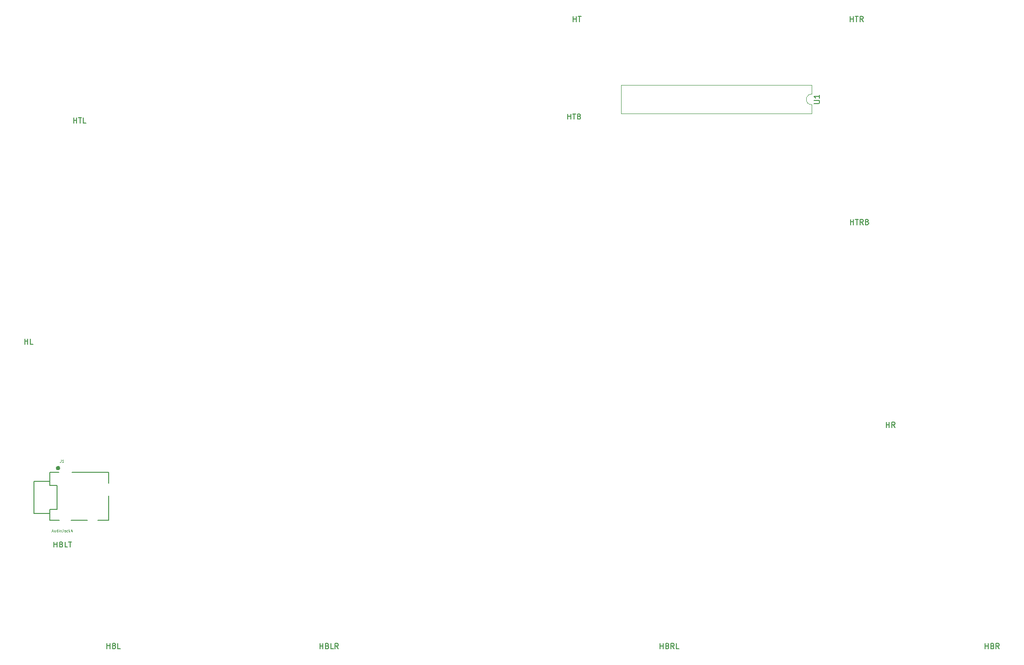
<source format=gbr>
G04 #@! TF.GenerationSoftware,KiCad,Pcbnew,(5.1.4-0-10_14)*
G04 #@! TF.CreationDate,2019-10-23T14:13:54-04:00*
G04 #@! TF.ProjectId,NomadRight,4e6f6d61-6452-4696-9768-742e6b696361,rev?*
G04 #@! TF.SameCoordinates,Original*
G04 #@! TF.FileFunction,Legend,Top*
G04 #@! TF.FilePolarity,Positive*
%FSLAX46Y46*%
G04 Gerber Fmt 4.6, Leading zero omitted, Abs format (unit mm)*
G04 Created by KiCad (PCBNEW (5.1.4-0-10_14)) date 2019-10-23 14:13:54*
%MOMM*%
%LPD*%
G04 APERTURE LIST*
%ADD10C,0.400000*%
%ADD11C,0.127000*%
%ADD12C,0.120000*%
%ADD13C,0.050000*%
%ADD14C,0.150000*%
G04 APERTURE END LIST*
D10*
X35480000Y-99740000D02*
G75*
G03X35480000Y-99740000I-200000J0D01*
G01*
D11*
X40780000Y-109540000D02*
X37730000Y-109540000D01*
X44780000Y-109540000D02*
X42680000Y-109540000D01*
X44780000Y-104890000D02*
X44780000Y-109540000D01*
X44780000Y-100540000D02*
X44780000Y-102540000D01*
X37880000Y-100540000D02*
X44780000Y-100540000D01*
X30780000Y-102240000D02*
X33780000Y-102240000D01*
X30780000Y-108240000D02*
X30780000Y-102240000D01*
X33780000Y-108240000D02*
X30780000Y-108240000D01*
X33780000Y-109540000D02*
X35530000Y-109540000D01*
X33780000Y-108240000D02*
X33780000Y-109540000D01*
X33780000Y-107490000D02*
X33780000Y-108240000D01*
X35080000Y-107490000D02*
X33780000Y-107490000D01*
X35080000Y-102990000D02*
X35080000Y-107490000D01*
X33780000Y-102990000D02*
X35080000Y-102990000D01*
X33780000Y-102240000D02*
X33780000Y-102990000D01*
X33780000Y-100540000D02*
X33780000Y-102240000D01*
X35480000Y-100540000D02*
X33780000Y-100540000D01*
D12*
X176250000Y-33380000D02*
X176250000Y-31730000D01*
X140570000Y-33380000D02*
X176250000Y-33380000D01*
X140570000Y-28080000D02*
X140570000Y-33380000D01*
X176250000Y-28080000D02*
X140570000Y-28080000D01*
X176250000Y-29730000D02*
X176250000Y-28080000D01*
X176250000Y-31730000D02*
G75*
G02X176250000Y-29730000I0J1000000D01*
G01*
D13*
X35834920Y-98163545D02*
X35834920Y-98506829D01*
X35812035Y-98575486D01*
X35766263Y-98621257D01*
X35697606Y-98644143D01*
X35651835Y-98644143D01*
X36315518Y-98644143D02*
X36040891Y-98644143D01*
X36178204Y-98644143D02*
X36178204Y-98163545D01*
X36132433Y-98232202D01*
X36086662Y-98277973D01*
X36040891Y-98300859D01*
X34136402Y-111526230D02*
X34365376Y-111526230D01*
X34090608Y-111663614D02*
X34250889Y-111182770D01*
X34411170Y-111663614D01*
X34777528Y-111343052D02*
X34777528Y-111663614D01*
X34571452Y-111343052D02*
X34571452Y-111594922D01*
X34594349Y-111640717D01*
X34640144Y-111663614D01*
X34708836Y-111663614D01*
X34754630Y-111640717D01*
X34777528Y-111617820D01*
X35212577Y-111663614D02*
X35212577Y-111182770D01*
X35212577Y-111640717D02*
X35166782Y-111663614D01*
X35075193Y-111663614D01*
X35029398Y-111640717D01*
X35006501Y-111617820D01*
X34983604Y-111572025D01*
X34983604Y-111434641D01*
X35006501Y-111388846D01*
X35029398Y-111365949D01*
X35075193Y-111343052D01*
X35166782Y-111343052D01*
X35212577Y-111365949D01*
X35441550Y-111663614D02*
X35441550Y-111343052D01*
X35441550Y-111182770D02*
X35418653Y-111205668D01*
X35441550Y-111228565D01*
X35464448Y-111205668D01*
X35441550Y-111182770D01*
X35441550Y-111228565D01*
X35739216Y-111663614D02*
X35693421Y-111640717D01*
X35670524Y-111617820D01*
X35647626Y-111572025D01*
X35647626Y-111434641D01*
X35670524Y-111388846D01*
X35693421Y-111365949D01*
X35739216Y-111343052D01*
X35807908Y-111343052D01*
X35853702Y-111365949D01*
X35876600Y-111388846D01*
X35899497Y-111434641D01*
X35899497Y-111572025D01*
X35876600Y-111617820D01*
X35853702Y-111640717D01*
X35807908Y-111663614D01*
X35739216Y-111663614D01*
X36242957Y-111182770D02*
X36242957Y-111526230D01*
X36220060Y-111594922D01*
X36174265Y-111640717D01*
X36105573Y-111663614D01*
X36059778Y-111663614D01*
X36678006Y-111663614D02*
X36678006Y-111411744D01*
X36655109Y-111365949D01*
X36609314Y-111343052D01*
X36517725Y-111343052D01*
X36471930Y-111365949D01*
X36678006Y-111640717D02*
X36632212Y-111663614D01*
X36517725Y-111663614D01*
X36471930Y-111640717D01*
X36449033Y-111594922D01*
X36449033Y-111549128D01*
X36471930Y-111503333D01*
X36517725Y-111480436D01*
X36632212Y-111480436D01*
X36678006Y-111457538D01*
X37113056Y-111640717D02*
X37067261Y-111663614D01*
X36975672Y-111663614D01*
X36929877Y-111640717D01*
X36906980Y-111617820D01*
X36884082Y-111572025D01*
X36884082Y-111434641D01*
X36906980Y-111388846D01*
X36929877Y-111365949D01*
X36975672Y-111343052D01*
X37067261Y-111343052D01*
X37113056Y-111365949D01*
X37319132Y-111663614D02*
X37319132Y-111182770D01*
X37364926Y-111480436D02*
X37502310Y-111663614D01*
X37502310Y-111343052D02*
X37319132Y-111526230D01*
X37914462Y-111343052D02*
X37914462Y-111663614D01*
X37799976Y-111159873D02*
X37685489Y-111503333D01*
X37983154Y-111503333D01*
D14*
X176702380Y-31491904D02*
X177511904Y-31491904D01*
X177607142Y-31444285D01*
X177654761Y-31396666D01*
X177702380Y-31301428D01*
X177702380Y-31110952D01*
X177654761Y-31015714D01*
X177607142Y-30968095D01*
X177511904Y-30920476D01*
X176702380Y-30920476D01*
X177702380Y-29920476D02*
X177702380Y-30491904D01*
X177702380Y-30206190D02*
X176702380Y-30206190D01*
X176845238Y-30301428D01*
X176940476Y-30396666D01*
X176988095Y-30491904D01*
X131643333Y-16172380D02*
X131643333Y-15172380D01*
X131643333Y-15648571D02*
X132214761Y-15648571D01*
X132214761Y-16172380D02*
X132214761Y-15172380D01*
X132548095Y-15172380D02*
X133119523Y-15172380D01*
X132833809Y-16172380D02*
X132833809Y-15172380D01*
X147889523Y-133542380D02*
X147889523Y-132542380D01*
X147889523Y-133018571D02*
X148460952Y-133018571D01*
X148460952Y-133542380D02*
X148460952Y-132542380D01*
X149270476Y-133018571D02*
X149413333Y-133066190D01*
X149460952Y-133113809D01*
X149508571Y-133209047D01*
X149508571Y-133351904D01*
X149460952Y-133447142D01*
X149413333Y-133494761D01*
X149318095Y-133542380D01*
X148937142Y-133542380D01*
X148937142Y-132542380D01*
X149270476Y-132542380D01*
X149365714Y-132590000D01*
X149413333Y-132637619D01*
X149460952Y-132732857D01*
X149460952Y-132828095D01*
X149413333Y-132923333D01*
X149365714Y-132970952D01*
X149270476Y-133018571D01*
X148937142Y-133018571D01*
X150508571Y-133542380D02*
X150175238Y-133066190D01*
X149937142Y-133542380D02*
X149937142Y-132542380D01*
X150318095Y-132542380D01*
X150413333Y-132590000D01*
X150460952Y-132637619D01*
X150508571Y-132732857D01*
X150508571Y-132875714D01*
X150460952Y-132970952D01*
X150413333Y-133018571D01*
X150318095Y-133066190D01*
X149937142Y-133066190D01*
X151413333Y-133542380D02*
X150937142Y-133542380D01*
X150937142Y-132542380D01*
X84269523Y-133542380D02*
X84269523Y-132542380D01*
X84269523Y-133018571D02*
X84840952Y-133018571D01*
X84840952Y-133542380D02*
X84840952Y-132542380D01*
X85650476Y-133018571D02*
X85793333Y-133066190D01*
X85840952Y-133113809D01*
X85888571Y-133209047D01*
X85888571Y-133351904D01*
X85840952Y-133447142D01*
X85793333Y-133494761D01*
X85698095Y-133542380D01*
X85317142Y-133542380D01*
X85317142Y-132542380D01*
X85650476Y-132542380D01*
X85745714Y-132590000D01*
X85793333Y-132637619D01*
X85840952Y-132732857D01*
X85840952Y-132828095D01*
X85793333Y-132923333D01*
X85745714Y-132970952D01*
X85650476Y-133018571D01*
X85317142Y-133018571D01*
X86793333Y-133542380D02*
X86317142Y-133542380D01*
X86317142Y-132542380D01*
X87698095Y-133542380D02*
X87364761Y-133066190D01*
X87126666Y-133542380D02*
X87126666Y-132542380D01*
X87507619Y-132542380D01*
X87602857Y-132590000D01*
X87650476Y-132637619D01*
X87698095Y-132732857D01*
X87698095Y-132875714D01*
X87650476Y-132970952D01*
X87602857Y-133018571D01*
X87507619Y-133066190D01*
X87126666Y-133066190D01*
X190184285Y-92142380D02*
X190184285Y-91142380D01*
X190184285Y-91618571D02*
X190755714Y-91618571D01*
X190755714Y-92142380D02*
X190755714Y-91142380D01*
X191803333Y-92142380D02*
X191470000Y-91666190D01*
X191231904Y-92142380D02*
X191231904Y-91142380D01*
X191612857Y-91142380D01*
X191708095Y-91190000D01*
X191755714Y-91237619D01*
X191803333Y-91332857D01*
X191803333Y-91475714D01*
X191755714Y-91570952D01*
X191708095Y-91618571D01*
X191612857Y-91666190D01*
X191231904Y-91666190D01*
X183493333Y-54172380D02*
X183493333Y-53172380D01*
X183493333Y-53648571D02*
X184064761Y-53648571D01*
X184064761Y-54172380D02*
X184064761Y-53172380D01*
X184398095Y-53172380D02*
X184969523Y-53172380D01*
X184683809Y-54172380D02*
X184683809Y-53172380D01*
X185874285Y-54172380D02*
X185540952Y-53696190D01*
X185302857Y-54172380D02*
X185302857Y-53172380D01*
X185683809Y-53172380D01*
X185779047Y-53220000D01*
X185826666Y-53267619D01*
X185874285Y-53362857D01*
X185874285Y-53505714D01*
X185826666Y-53600952D01*
X185779047Y-53648571D01*
X185683809Y-53696190D01*
X185302857Y-53696190D01*
X186636190Y-53648571D02*
X186779047Y-53696190D01*
X186826666Y-53743809D01*
X186874285Y-53839047D01*
X186874285Y-53981904D01*
X186826666Y-54077142D01*
X186779047Y-54124761D01*
X186683809Y-54172380D01*
X186302857Y-54172380D01*
X186302857Y-53172380D01*
X186636190Y-53172380D01*
X186731428Y-53220000D01*
X186779047Y-53267619D01*
X186826666Y-53362857D01*
X186826666Y-53458095D01*
X186779047Y-53553333D01*
X186731428Y-53600952D01*
X186636190Y-53648571D01*
X186302857Y-53648571D01*
X208694285Y-133552380D02*
X208694285Y-132552380D01*
X208694285Y-133028571D02*
X209265714Y-133028571D01*
X209265714Y-133552380D02*
X209265714Y-132552380D01*
X210075238Y-133028571D02*
X210218095Y-133076190D01*
X210265714Y-133123809D01*
X210313333Y-133219047D01*
X210313333Y-133361904D01*
X210265714Y-133457142D01*
X210218095Y-133504761D01*
X210122857Y-133552380D01*
X209741904Y-133552380D01*
X209741904Y-132552380D01*
X210075238Y-132552380D01*
X210170476Y-132600000D01*
X210218095Y-132647619D01*
X210265714Y-132742857D01*
X210265714Y-132838095D01*
X210218095Y-132933333D01*
X210170476Y-132980952D01*
X210075238Y-133028571D01*
X209741904Y-133028571D01*
X211313333Y-133552380D02*
X210980000Y-133076190D01*
X210741904Y-133552380D02*
X210741904Y-132552380D01*
X211122857Y-132552380D01*
X211218095Y-132600000D01*
X211265714Y-132647619D01*
X211313333Y-132742857D01*
X211313333Y-132885714D01*
X211265714Y-132980952D01*
X211218095Y-133028571D01*
X211122857Y-133076190D01*
X210741904Y-133076190D01*
X183473333Y-16192380D02*
X183473333Y-15192380D01*
X183473333Y-15668571D02*
X184044761Y-15668571D01*
X184044761Y-16192380D02*
X184044761Y-15192380D01*
X184378095Y-15192380D02*
X184949523Y-15192380D01*
X184663809Y-16192380D02*
X184663809Y-15192380D01*
X185854285Y-16192380D02*
X185520952Y-15716190D01*
X185282857Y-16192380D02*
X185282857Y-15192380D01*
X185663809Y-15192380D01*
X185759047Y-15240000D01*
X185806666Y-15287619D01*
X185854285Y-15382857D01*
X185854285Y-15525714D01*
X185806666Y-15620952D01*
X185759047Y-15668571D01*
X185663809Y-15716190D01*
X185282857Y-15716190D01*
X130623333Y-34432380D02*
X130623333Y-33432380D01*
X130623333Y-33908571D02*
X131194761Y-33908571D01*
X131194761Y-34432380D02*
X131194761Y-33432380D01*
X131528095Y-33432380D02*
X132099523Y-33432380D01*
X131813809Y-34432380D02*
X131813809Y-33432380D01*
X132766190Y-33908571D02*
X132909047Y-33956190D01*
X132956666Y-34003809D01*
X133004285Y-34099047D01*
X133004285Y-34241904D01*
X132956666Y-34337142D01*
X132909047Y-34384761D01*
X132813809Y-34432380D01*
X132432857Y-34432380D01*
X132432857Y-33432380D01*
X132766190Y-33432380D01*
X132861428Y-33480000D01*
X132909047Y-33527619D01*
X132956666Y-33622857D01*
X132956666Y-33718095D01*
X132909047Y-33813333D01*
X132861428Y-33860952D01*
X132766190Y-33908571D01*
X132432857Y-33908571D01*
X29069523Y-76522380D02*
X29069523Y-75522380D01*
X29069523Y-75998571D02*
X29640952Y-75998571D01*
X29640952Y-76522380D02*
X29640952Y-75522380D01*
X30593333Y-76522380D02*
X30117142Y-76522380D01*
X30117142Y-75522380D01*
X38198571Y-35152380D02*
X38198571Y-34152380D01*
X38198571Y-34628571D02*
X38770000Y-34628571D01*
X38770000Y-35152380D02*
X38770000Y-34152380D01*
X39103333Y-34152380D02*
X39674761Y-34152380D01*
X39389047Y-35152380D02*
X39389047Y-34152380D01*
X40484285Y-35152380D02*
X40008095Y-35152380D01*
X40008095Y-34152380D01*
X34538571Y-114522380D02*
X34538571Y-113522380D01*
X34538571Y-113998571D02*
X35110000Y-113998571D01*
X35110000Y-114522380D02*
X35110000Y-113522380D01*
X35919523Y-113998571D02*
X36062380Y-114046190D01*
X36110000Y-114093809D01*
X36157619Y-114189047D01*
X36157619Y-114331904D01*
X36110000Y-114427142D01*
X36062380Y-114474761D01*
X35967142Y-114522380D01*
X35586190Y-114522380D01*
X35586190Y-113522380D01*
X35919523Y-113522380D01*
X36014761Y-113570000D01*
X36062380Y-113617619D01*
X36110000Y-113712857D01*
X36110000Y-113808095D01*
X36062380Y-113903333D01*
X36014761Y-113950952D01*
X35919523Y-113998571D01*
X35586190Y-113998571D01*
X37062380Y-114522380D02*
X36586190Y-114522380D01*
X36586190Y-113522380D01*
X37252857Y-113522380D02*
X37824285Y-113522380D01*
X37538571Y-114522380D02*
X37538571Y-113522380D01*
X44429523Y-133502380D02*
X44429523Y-132502380D01*
X44429523Y-132978571D02*
X45000952Y-132978571D01*
X45000952Y-133502380D02*
X45000952Y-132502380D01*
X45810476Y-132978571D02*
X45953333Y-133026190D01*
X46000952Y-133073809D01*
X46048571Y-133169047D01*
X46048571Y-133311904D01*
X46000952Y-133407142D01*
X45953333Y-133454761D01*
X45858095Y-133502380D01*
X45477142Y-133502380D01*
X45477142Y-132502380D01*
X45810476Y-132502380D01*
X45905714Y-132550000D01*
X45953333Y-132597619D01*
X46000952Y-132692857D01*
X46000952Y-132788095D01*
X45953333Y-132883333D01*
X45905714Y-132930952D01*
X45810476Y-132978571D01*
X45477142Y-132978571D01*
X46953333Y-133502380D02*
X46477142Y-133502380D01*
X46477142Y-132502380D01*
M02*

</source>
